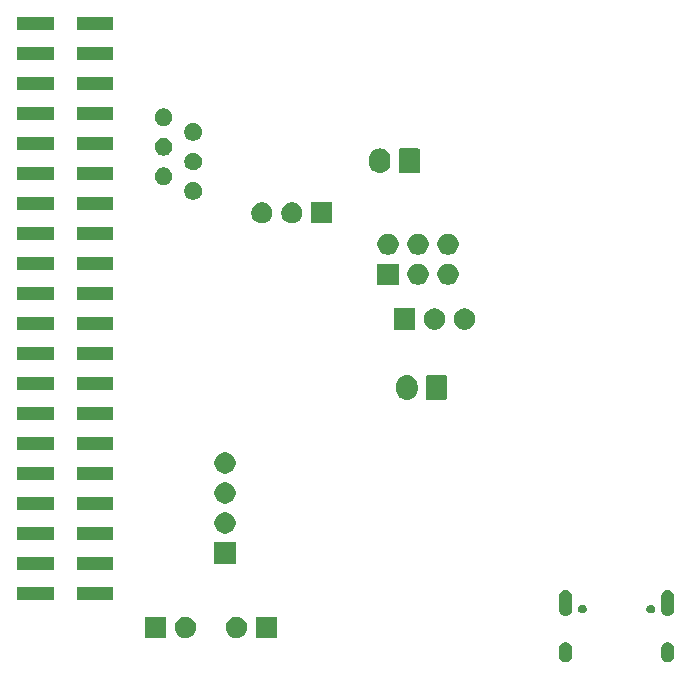
<source format=gbr>
G04 #@! TF.GenerationSoftware,KiCad,Pcbnew,(5.1.6)-1*
G04 #@! TF.CreationDate,2021-01-14T09:04:40+01:00*
G04 #@! TF.ProjectId,surface_mount_v4,73757266-6163-4655-9f6d-6f756e745f76,rev?*
G04 #@! TF.SameCoordinates,Original*
G04 #@! TF.FileFunction,Soldermask,Bot*
G04 #@! TF.FilePolarity,Negative*
%FSLAX46Y46*%
G04 Gerber Fmt 4.6, Leading zero omitted, Abs format (unit mm)*
G04 Created by KiCad (PCBNEW (5.1.6)-1) date 2021-01-14 09:04:40*
%MOMM*%
%LPD*%
G01*
G04 APERTURE LIST*
%ADD10C,0.100000*%
G04 APERTURE END LIST*
D10*
G36*
X166828014Y-154966973D02*
G01*
X166931878Y-154998479D01*
X166975907Y-155022013D01*
X167027599Y-155049643D01*
X167027601Y-155049644D01*
X167027600Y-155049644D01*
X167111501Y-155118499D01*
X167180356Y-155202400D01*
X167231521Y-155298121D01*
X167263027Y-155401985D01*
X167271000Y-155482933D01*
X167271000Y-156137067D01*
X167263027Y-156218015D01*
X167231521Y-156321879D01*
X167231519Y-156321882D01*
X167180357Y-156417600D01*
X167111501Y-156501501D01*
X167027600Y-156570357D01*
X166959055Y-156606995D01*
X166931879Y-156621521D01*
X166828015Y-156653027D01*
X166720000Y-156663666D01*
X166611986Y-156653027D01*
X166508122Y-156621521D01*
X166480946Y-156606995D01*
X166412401Y-156570357D01*
X166328500Y-156501501D01*
X166259645Y-156417601D01*
X166208480Y-156321879D01*
X166176973Y-156218015D01*
X166169000Y-156137067D01*
X166169000Y-155482934D01*
X166176973Y-155401986D01*
X166208479Y-155298122D01*
X166259644Y-155202400D01*
X166328499Y-155118499D01*
X166412400Y-155049644D01*
X166412399Y-155049644D01*
X166412401Y-155049643D01*
X166464093Y-155022013D01*
X166508121Y-154998479D01*
X166611985Y-154966973D01*
X166720000Y-154956334D01*
X166828014Y-154966973D01*
G37*
G36*
X158188014Y-154966973D02*
G01*
X158291878Y-154998479D01*
X158335907Y-155022013D01*
X158387599Y-155049643D01*
X158387601Y-155049644D01*
X158387600Y-155049644D01*
X158471501Y-155118499D01*
X158540356Y-155202400D01*
X158591521Y-155298121D01*
X158623027Y-155401985D01*
X158631000Y-155482933D01*
X158631000Y-156137067D01*
X158623027Y-156218015D01*
X158591521Y-156321879D01*
X158591519Y-156321882D01*
X158540357Y-156417600D01*
X158471501Y-156501501D01*
X158387600Y-156570357D01*
X158319055Y-156606995D01*
X158291879Y-156621521D01*
X158188015Y-156653027D01*
X158080000Y-156663666D01*
X157971986Y-156653027D01*
X157868122Y-156621521D01*
X157840946Y-156606995D01*
X157772401Y-156570357D01*
X157688500Y-156501501D01*
X157619645Y-156417601D01*
X157568480Y-156321879D01*
X157536973Y-156218015D01*
X157529000Y-156137067D01*
X157529000Y-155482934D01*
X157536973Y-155401986D01*
X157568479Y-155298122D01*
X157619644Y-155202400D01*
X157688499Y-155118499D01*
X157772400Y-155049644D01*
X157772399Y-155049644D01*
X157772401Y-155049643D01*
X157824093Y-155022013D01*
X157868121Y-154998479D01*
X157971985Y-154966973D01*
X158080000Y-154956334D01*
X158188014Y-154966973D01*
G37*
G36*
X126003512Y-152813927D02*
G01*
X126152812Y-152843624D01*
X126316784Y-152911544D01*
X126464354Y-153010147D01*
X126589853Y-153135646D01*
X126688456Y-153283216D01*
X126756376Y-153447188D01*
X126791000Y-153621259D01*
X126791000Y-153798741D01*
X126756376Y-153972812D01*
X126688456Y-154136784D01*
X126589853Y-154284354D01*
X126464354Y-154409853D01*
X126316784Y-154508456D01*
X126152812Y-154576376D01*
X126003512Y-154606073D01*
X125978742Y-154611000D01*
X125801258Y-154611000D01*
X125776488Y-154606073D01*
X125627188Y-154576376D01*
X125463216Y-154508456D01*
X125315646Y-154409853D01*
X125190147Y-154284354D01*
X125091544Y-154136784D01*
X125023624Y-153972812D01*
X124989000Y-153798741D01*
X124989000Y-153621259D01*
X125023624Y-153447188D01*
X125091544Y-153283216D01*
X125190147Y-153135646D01*
X125315646Y-153010147D01*
X125463216Y-152911544D01*
X125627188Y-152843624D01*
X125776488Y-152813927D01*
X125801258Y-152809000D01*
X125978742Y-152809000D01*
X126003512Y-152813927D01*
G37*
G36*
X133651000Y-154611000D02*
G01*
X131849000Y-154611000D01*
X131849000Y-152809000D01*
X133651000Y-152809000D01*
X133651000Y-154611000D01*
G37*
G36*
X130323512Y-152813927D02*
G01*
X130472812Y-152843624D01*
X130636784Y-152911544D01*
X130784354Y-153010147D01*
X130909853Y-153135646D01*
X131008456Y-153283216D01*
X131076376Y-153447188D01*
X131111000Y-153621259D01*
X131111000Y-153798741D01*
X131076376Y-153972812D01*
X131008456Y-154136784D01*
X130909853Y-154284354D01*
X130784354Y-154409853D01*
X130636784Y-154508456D01*
X130472812Y-154576376D01*
X130323512Y-154606073D01*
X130298742Y-154611000D01*
X130121258Y-154611000D01*
X130096488Y-154606073D01*
X129947188Y-154576376D01*
X129783216Y-154508456D01*
X129635646Y-154409853D01*
X129510147Y-154284354D01*
X129411544Y-154136784D01*
X129343624Y-153972812D01*
X129309000Y-153798741D01*
X129309000Y-153621259D01*
X129343624Y-153447188D01*
X129411544Y-153283216D01*
X129510147Y-153135646D01*
X129635646Y-153010147D01*
X129783216Y-152911544D01*
X129947188Y-152843624D01*
X130096488Y-152813927D01*
X130121258Y-152809000D01*
X130298742Y-152809000D01*
X130323512Y-152813927D01*
G37*
G36*
X124251000Y-154611000D02*
G01*
X122449000Y-154611000D01*
X122449000Y-152809000D01*
X124251000Y-152809000D01*
X124251000Y-154611000D01*
G37*
G36*
X166828014Y-150536973D02*
G01*
X166931878Y-150568479D01*
X166975907Y-150592013D01*
X167027599Y-150619643D01*
X167027601Y-150619644D01*
X167027600Y-150619644D01*
X167111501Y-150688499D01*
X167180356Y-150772400D01*
X167231521Y-150868121D01*
X167263027Y-150971985D01*
X167271000Y-151052933D01*
X167271000Y-152207067D01*
X167263027Y-152288015D01*
X167231521Y-152391879D01*
X167227348Y-152399686D01*
X167180357Y-152487600D01*
X167111501Y-152571501D01*
X167027600Y-152640357D01*
X166959055Y-152676995D01*
X166931879Y-152691521D01*
X166828015Y-152723027D01*
X166720000Y-152733666D01*
X166611986Y-152723027D01*
X166508122Y-152691521D01*
X166480946Y-152676995D01*
X166412401Y-152640357D01*
X166328500Y-152571501D01*
X166259644Y-152487600D01*
X166212653Y-152399686D01*
X166208480Y-152391879D01*
X166176974Y-152288015D01*
X166169001Y-152207067D01*
X166169000Y-151052934D01*
X166176973Y-150971986D01*
X166208479Y-150868122D01*
X166259644Y-150772400D01*
X166328499Y-150688499D01*
X166412400Y-150619644D01*
X166412399Y-150619644D01*
X166412401Y-150619643D01*
X166464093Y-150592013D01*
X166508121Y-150568479D01*
X166611985Y-150536973D01*
X166720000Y-150526334D01*
X166828014Y-150536973D01*
G37*
G36*
X158188014Y-150536973D02*
G01*
X158291878Y-150568479D01*
X158335907Y-150592013D01*
X158387599Y-150619643D01*
X158387601Y-150619644D01*
X158387600Y-150619644D01*
X158471501Y-150688499D01*
X158540356Y-150772400D01*
X158591521Y-150868121D01*
X158623027Y-150971985D01*
X158631000Y-151052933D01*
X158631000Y-152207067D01*
X158623027Y-152288015D01*
X158591521Y-152391879D01*
X158587348Y-152399686D01*
X158540357Y-152487600D01*
X158471501Y-152571501D01*
X158387600Y-152640357D01*
X158319055Y-152676995D01*
X158291879Y-152691521D01*
X158188015Y-152723027D01*
X158080000Y-152733666D01*
X157971986Y-152723027D01*
X157868122Y-152691521D01*
X157840946Y-152676995D01*
X157772401Y-152640357D01*
X157688500Y-152571501D01*
X157619644Y-152487600D01*
X157572653Y-152399686D01*
X157568480Y-152391879D01*
X157536974Y-152288015D01*
X157529001Y-152207067D01*
X157529000Y-151052934D01*
X157536973Y-150971986D01*
X157568479Y-150868122D01*
X157619644Y-150772400D01*
X157688499Y-150688499D01*
X157772400Y-150619644D01*
X157772399Y-150619644D01*
X157772401Y-150619643D01*
X157824093Y-150592013D01*
X157868121Y-150568479D01*
X157971985Y-150536973D01*
X158080000Y-150526334D01*
X158188014Y-150536973D01*
G37*
G36*
X165399672Y-151798449D02*
G01*
X165399674Y-151798450D01*
X165399675Y-151798450D01*
X165468103Y-151826793D01*
X165529686Y-151867942D01*
X165582058Y-151920314D01*
X165623207Y-151981897D01*
X165651550Y-152050325D01*
X165666000Y-152122967D01*
X165666000Y-152197033D01*
X165651550Y-152269675D01*
X165623207Y-152338103D01*
X165582058Y-152399686D01*
X165529686Y-152452058D01*
X165468103Y-152493207D01*
X165399675Y-152521550D01*
X165399674Y-152521550D01*
X165399672Y-152521551D01*
X165327034Y-152536000D01*
X165252966Y-152536000D01*
X165180328Y-152521551D01*
X165180326Y-152521550D01*
X165180325Y-152521550D01*
X165111897Y-152493207D01*
X165050314Y-152452058D01*
X164997942Y-152399686D01*
X164956793Y-152338103D01*
X164928450Y-152269675D01*
X164914000Y-152197033D01*
X164914000Y-152122967D01*
X164928450Y-152050325D01*
X164956793Y-151981897D01*
X164997942Y-151920314D01*
X165050314Y-151867942D01*
X165111897Y-151826793D01*
X165180325Y-151798450D01*
X165180326Y-151798450D01*
X165180328Y-151798449D01*
X165252966Y-151784000D01*
X165327034Y-151784000D01*
X165399672Y-151798449D01*
G37*
G36*
X159619672Y-151798449D02*
G01*
X159619674Y-151798450D01*
X159619675Y-151798450D01*
X159688103Y-151826793D01*
X159749686Y-151867942D01*
X159802058Y-151920314D01*
X159843207Y-151981897D01*
X159871550Y-152050325D01*
X159886000Y-152122967D01*
X159886000Y-152197033D01*
X159871550Y-152269675D01*
X159843207Y-152338103D01*
X159802058Y-152399686D01*
X159749686Y-152452058D01*
X159688103Y-152493207D01*
X159619675Y-152521550D01*
X159619674Y-152521550D01*
X159619672Y-152521551D01*
X159547034Y-152536000D01*
X159472966Y-152536000D01*
X159400328Y-152521551D01*
X159400326Y-152521550D01*
X159400325Y-152521550D01*
X159331897Y-152493207D01*
X159270314Y-152452058D01*
X159217942Y-152399686D01*
X159176793Y-152338103D01*
X159148450Y-152269675D01*
X159134000Y-152197033D01*
X159134000Y-152122967D01*
X159148450Y-152050325D01*
X159176793Y-151981897D01*
X159217942Y-151920314D01*
X159270314Y-151867942D01*
X159331897Y-151826793D01*
X159400325Y-151798450D01*
X159400326Y-151798450D01*
X159400328Y-151798449D01*
X159472966Y-151784000D01*
X159547034Y-151784000D01*
X159619672Y-151798449D01*
G37*
G36*
X119785500Y-151396980D02*
G01*
X116683500Y-151396980D01*
X116683500Y-150294980D01*
X119785500Y-150294980D01*
X119785500Y-151396980D01*
G37*
G36*
X114745500Y-151396980D02*
G01*
X111643500Y-151396980D01*
X111643500Y-150294980D01*
X114745500Y-150294980D01*
X114745500Y-151396980D01*
G37*
G36*
X119785500Y-148856980D02*
G01*
X116683500Y-148856980D01*
X116683500Y-147754980D01*
X119785500Y-147754980D01*
X119785500Y-148856980D01*
G37*
G36*
X114745500Y-148856980D02*
G01*
X111643500Y-148856980D01*
X111643500Y-147754980D01*
X114745500Y-147754980D01*
X114745500Y-148856980D01*
G37*
G36*
X130151000Y-148311000D02*
G01*
X128349000Y-148311000D01*
X128349000Y-146509000D01*
X130151000Y-146509000D01*
X130151000Y-148311000D01*
G37*
G36*
X119785500Y-146316980D02*
G01*
X116683500Y-146316980D01*
X116683500Y-145214980D01*
X119785500Y-145214980D01*
X119785500Y-146316980D01*
G37*
G36*
X114745500Y-146316980D02*
G01*
X111643500Y-146316980D01*
X111643500Y-145214980D01*
X114745500Y-145214980D01*
X114745500Y-146316980D01*
G37*
G36*
X129363512Y-143973927D02*
G01*
X129512812Y-144003624D01*
X129676784Y-144071544D01*
X129824354Y-144170147D01*
X129949853Y-144295646D01*
X130048456Y-144443216D01*
X130116376Y-144607188D01*
X130151000Y-144781259D01*
X130151000Y-144958741D01*
X130116376Y-145132812D01*
X130048456Y-145296784D01*
X129949853Y-145444354D01*
X129824354Y-145569853D01*
X129676784Y-145668456D01*
X129512812Y-145736376D01*
X129363512Y-145766073D01*
X129338742Y-145771000D01*
X129161258Y-145771000D01*
X129136488Y-145766073D01*
X128987188Y-145736376D01*
X128823216Y-145668456D01*
X128675646Y-145569853D01*
X128550147Y-145444354D01*
X128451544Y-145296784D01*
X128383624Y-145132812D01*
X128349000Y-144958741D01*
X128349000Y-144781259D01*
X128383624Y-144607188D01*
X128451544Y-144443216D01*
X128550147Y-144295646D01*
X128675646Y-144170147D01*
X128823216Y-144071544D01*
X128987188Y-144003624D01*
X129136488Y-143973927D01*
X129161258Y-143969000D01*
X129338742Y-143969000D01*
X129363512Y-143973927D01*
G37*
G36*
X119785500Y-143776980D02*
G01*
X116683500Y-143776980D01*
X116683500Y-142674980D01*
X119785500Y-142674980D01*
X119785500Y-143776980D01*
G37*
G36*
X114745500Y-143776980D02*
G01*
X111643500Y-143776980D01*
X111643500Y-142674980D01*
X114745500Y-142674980D01*
X114745500Y-143776980D01*
G37*
G36*
X129363512Y-141433927D02*
G01*
X129512812Y-141463624D01*
X129676784Y-141531544D01*
X129824354Y-141630147D01*
X129949853Y-141755646D01*
X130048456Y-141903216D01*
X130116376Y-142067188D01*
X130151000Y-142241259D01*
X130151000Y-142418741D01*
X130116376Y-142592812D01*
X130048456Y-142756784D01*
X129949853Y-142904354D01*
X129824354Y-143029853D01*
X129676784Y-143128456D01*
X129512812Y-143196376D01*
X129363512Y-143226073D01*
X129338742Y-143231000D01*
X129161258Y-143231000D01*
X129136488Y-143226073D01*
X128987188Y-143196376D01*
X128823216Y-143128456D01*
X128675646Y-143029853D01*
X128550147Y-142904354D01*
X128451544Y-142756784D01*
X128383624Y-142592812D01*
X128349000Y-142418741D01*
X128349000Y-142241259D01*
X128383624Y-142067188D01*
X128451544Y-141903216D01*
X128550147Y-141755646D01*
X128675646Y-141630147D01*
X128823216Y-141531544D01*
X128987188Y-141463624D01*
X129136488Y-141433927D01*
X129161258Y-141429000D01*
X129338742Y-141429000D01*
X129363512Y-141433927D01*
G37*
G36*
X114745500Y-141236980D02*
G01*
X111643500Y-141236980D01*
X111643500Y-140134980D01*
X114745500Y-140134980D01*
X114745500Y-141236980D01*
G37*
G36*
X119785500Y-141236980D02*
G01*
X116683500Y-141236980D01*
X116683500Y-140134980D01*
X119785500Y-140134980D01*
X119785500Y-141236980D01*
G37*
G36*
X129363512Y-138893927D02*
G01*
X129512812Y-138923624D01*
X129676784Y-138991544D01*
X129824354Y-139090147D01*
X129949853Y-139215646D01*
X130048456Y-139363216D01*
X130116376Y-139527188D01*
X130151000Y-139701259D01*
X130151000Y-139878741D01*
X130116376Y-140052812D01*
X130048456Y-140216784D01*
X129949853Y-140364354D01*
X129824354Y-140489853D01*
X129676784Y-140588456D01*
X129512812Y-140656376D01*
X129363512Y-140686073D01*
X129338742Y-140691000D01*
X129161258Y-140691000D01*
X129136488Y-140686073D01*
X128987188Y-140656376D01*
X128823216Y-140588456D01*
X128675646Y-140489853D01*
X128550147Y-140364354D01*
X128451544Y-140216784D01*
X128383624Y-140052812D01*
X128349000Y-139878741D01*
X128349000Y-139701259D01*
X128383624Y-139527188D01*
X128451544Y-139363216D01*
X128550147Y-139215646D01*
X128675646Y-139090147D01*
X128823216Y-138991544D01*
X128987188Y-138923624D01*
X129136488Y-138893927D01*
X129161258Y-138889000D01*
X129338742Y-138889000D01*
X129363512Y-138893927D01*
G37*
G36*
X114745500Y-138696980D02*
G01*
X111643500Y-138696980D01*
X111643500Y-137594980D01*
X114745500Y-137594980D01*
X114745500Y-138696980D01*
G37*
G36*
X119785500Y-138696980D02*
G01*
X116683500Y-138696980D01*
X116683500Y-137594980D01*
X119785500Y-137594980D01*
X119785500Y-138696980D01*
G37*
G36*
X114745500Y-136156980D02*
G01*
X111643500Y-136156980D01*
X111643500Y-135054980D01*
X114745500Y-135054980D01*
X114745500Y-136156980D01*
G37*
G36*
X119785500Y-136156980D02*
G01*
X116683500Y-136156980D01*
X116683500Y-135054980D01*
X119785500Y-135054980D01*
X119785500Y-136156980D01*
G37*
G36*
X144826627Y-132372037D02*
G01*
X144996466Y-132423557D01*
X145152991Y-132507222D01*
X145188729Y-132536552D01*
X145290186Y-132619814D01*
X145373448Y-132721271D01*
X145402778Y-132757009D01*
X145486443Y-132913534D01*
X145537963Y-133083374D01*
X145551000Y-133215743D01*
X145551000Y-133604258D01*
X145537963Y-133736627D01*
X145486443Y-133906466D01*
X145402778Y-134062991D01*
X145373448Y-134098729D01*
X145290186Y-134200186D01*
X145152989Y-134312779D01*
X144996467Y-134396442D01*
X144996465Y-134396443D01*
X144826626Y-134447963D01*
X144650000Y-134465359D01*
X144473373Y-134447963D01*
X144303534Y-134396443D01*
X144147009Y-134312778D01*
X144104750Y-134278097D01*
X144009814Y-134200186D01*
X143897221Y-134062989D01*
X143813558Y-133906467D01*
X143813557Y-133906465D01*
X143762037Y-133736626D01*
X143749000Y-133604257D01*
X143749000Y-133215742D01*
X143762037Y-133083373D01*
X143813557Y-132913534D01*
X143897222Y-132757009D01*
X144009815Y-132619815D01*
X144147010Y-132507222D01*
X144303535Y-132423557D01*
X144473374Y-132372037D01*
X144650000Y-132354641D01*
X144826627Y-132372037D01*
G37*
G36*
X147908600Y-132362989D02*
G01*
X147941652Y-132373015D01*
X147972103Y-132389292D01*
X147998799Y-132411201D01*
X148020708Y-132437897D01*
X148036985Y-132468348D01*
X148047011Y-132501400D01*
X148051000Y-132541903D01*
X148051000Y-134278097D01*
X148047011Y-134318600D01*
X148036985Y-134351652D01*
X148020708Y-134382103D01*
X147998799Y-134408799D01*
X147972103Y-134430708D01*
X147941652Y-134446985D01*
X147908600Y-134457011D01*
X147868097Y-134461000D01*
X146431903Y-134461000D01*
X146391400Y-134457011D01*
X146358348Y-134446985D01*
X146327897Y-134430708D01*
X146301201Y-134408799D01*
X146279292Y-134382103D01*
X146263015Y-134351652D01*
X146252989Y-134318600D01*
X146249000Y-134278097D01*
X146249000Y-132541903D01*
X146252989Y-132501400D01*
X146263015Y-132468348D01*
X146279292Y-132437897D01*
X146301201Y-132411201D01*
X146327897Y-132389292D01*
X146358348Y-132373015D01*
X146391400Y-132362989D01*
X146431903Y-132359000D01*
X147868097Y-132359000D01*
X147908600Y-132362989D01*
G37*
G36*
X114745500Y-133616980D02*
G01*
X111643500Y-133616980D01*
X111643500Y-132514980D01*
X114745500Y-132514980D01*
X114745500Y-133616980D01*
G37*
G36*
X119785500Y-133616980D02*
G01*
X116683500Y-133616980D01*
X116683500Y-132514980D01*
X119785500Y-132514980D01*
X119785500Y-133616980D01*
G37*
G36*
X119785500Y-131076980D02*
G01*
X116683500Y-131076980D01*
X116683500Y-129974980D01*
X119785500Y-129974980D01*
X119785500Y-131076980D01*
G37*
G36*
X114745500Y-131076980D02*
G01*
X111643500Y-131076980D01*
X111643500Y-129974980D01*
X114745500Y-129974980D01*
X114745500Y-131076980D01*
G37*
G36*
X119785500Y-128536980D02*
G01*
X116683500Y-128536980D01*
X116683500Y-127434980D01*
X119785500Y-127434980D01*
X119785500Y-128536980D01*
G37*
G36*
X114745500Y-128536980D02*
G01*
X111643500Y-128536980D01*
X111643500Y-127434980D01*
X114745500Y-127434980D01*
X114745500Y-128536980D01*
G37*
G36*
X145351000Y-128511000D02*
G01*
X143549000Y-128511000D01*
X143549000Y-126709000D01*
X145351000Y-126709000D01*
X145351000Y-128511000D01*
G37*
G36*
X149643512Y-126713927D02*
G01*
X149792812Y-126743624D01*
X149956784Y-126811544D01*
X150104354Y-126910147D01*
X150229853Y-127035646D01*
X150328456Y-127183216D01*
X150396376Y-127347188D01*
X150431000Y-127521259D01*
X150431000Y-127698741D01*
X150396376Y-127872812D01*
X150328456Y-128036784D01*
X150229853Y-128184354D01*
X150104354Y-128309853D01*
X149956784Y-128408456D01*
X149792812Y-128476376D01*
X149643512Y-128506073D01*
X149618742Y-128511000D01*
X149441258Y-128511000D01*
X149416488Y-128506073D01*
X149267188Y-128476376D01*
X149103216Y-128408456D01*
X148955646Y-128309853D01*
X148830147Y-128184354D01*
X148731544Y-128036784D01*
X148663624Y-127872812D01*
X148629000Y-127698741D01*
X148629000Y-127521259D01*
X148663624Y-127347188D01*
X148731544Y-127183216D01*
X148830147Y-127035646D01*
X148955646Y-126910147D01*
X149103216Y-126811544D01*
X149267188Y-126743624D01*
X149416488Y-126713927D01*
X149441258Y-126709000D01*
X149618742Y-126709000D01*
X149643512Y-126713927D01*
G37*
G36*
X147103512Y-126713927D02*
G01*
X147252812Y-126743624D01*
X147416784Y-126811544D01*
X147564354Y-126910147D01*
X147689853Y-127035646D01*
X147788456Y-127183216D01*
X147856376Y-127347188D01*
X147891000Y-127521259D01*
X147891000Y-127698741D01*
X147856376Y-127872812D01*
X147788456Y-128036784D01*
X147689853Y-128184354D01*
X147564354Y-128309853D01*
X147416784Y-128408456D01*
X147252812Y-128476376D01*
X147103512Y-128506073D01*
X147078742Y-128511000D01*
X146901258Y-128511000D01*
X146876488Y-128506073D01*
X146727188Y-128476376D01*
X146563216Y-128408456D01*
X146415646Y-128309853D01*
X146290147Y-128184354D01*
X146191544Y-128036784D01*
X146123624Y-127872812D01*
X146089000Y-127698741D01*
X146089000Y-127521259D01*
X146123624Y-127347188D01*
X146191544Y-127183216D01*
X146290147Y-127035646D01*
X146415646Y-126910147D01*
X146563216Y-126811544D01*
X146727188Y-126743624D01*
X146876488Y-126713927D01*
X146901258Y-126709000D01*
X147078742Y-126709000D01*
X147103512Y-126713927D01*
G37*
G36*
X114745500Y-125996980D02*
G01*
X111643500Y-125996980D01*
X111643500Y-124894980D01*
X114745500Y-124894980D01*
X114745500Y-125996980D01*
G37*
G36*
X119785500Y-125996980D02*
G01*
X116683500Y-125996980D01*
X116683500Y-124894980D01*
X119785500Y-124894980D01*
X119785500Y-125996980D01*
G37*
G36*
X143951000Y-124711000D02*
G01*
X142149000Y-124711000D01*
X142149000Y-122909000D01*
X143951000Y-122909000D01*
X143951000Y-124711000D01*
G37*
G36*
X148243512Y-122913927D02*
G01*
X148392812Y-122943624D01*
X148556784Y-123011544D01*
X148704354Y-123110147D01*
X148829853Y-123235646D01*
X148928456Y-123383216D01*
X148996376Y-123547188D01*
X149031000Y-123721259D01*
X149031000Y-123898741D01*
X148996376Y-124072812D01*
X148928456Y-124236784D01*
X148829853Y-124384354D01*
X148704354Y-124509853D01*
X148556784Y-124608456D01*
X148392812Y-124676376D01*
X148243512Y-124706073D01*
X148218742Y-124711000D01*
X148041258Y-124711000D01*
X148016488Y-124706073D01*
X147867188Y-124676376D01*
X147703216Y-124608456D01*
X147555646Y-124509853D01*
X147430147Y-124384354D01*
X147331544Y-124236784D01*
X147263624Y-124072812D01*
X147229000Y-123898741D01*
X147229000Y-123721259D01*
X147263624Y-123547188D01*
X147331544Y-123383216D01*
X147430147Y-123235646D01*
X147555646Y-123110147D01*
X147703216Y-123011544D01*
X147867188Y-122943624D01*
X148016488Y-122913927D01*
X148041258Y-122909000D01*
X148218742Y-122909000D01*
X148243512Y-122913927D01*
G37*
G36*
X145703512Y-122913927D02*
G01*
X145852812Y-122943624D01*
X146016784Y-123011544D01*
X146164354Y-123110147D01*
X146289853Y-123235646D01*
X146388456Y-123383216D01*
X146456376Y-123547188D01*
X146491000Y-123721259D01*
X146491000Y-123898741D01*
X146456376Y-124072812D01*
X146388456Y-124236784D01*
X146289853Y-124384354D01*
X146164354Y-124509853D01*
X146016784Y-124608456D01*
X145852812Y-124676376D01*
X145703512Y-124706073D01*
X145678742Y-124711000D01*
X145501258Y-124711000D01*
X145476488Y-124706073D01*
X145327188Y-124676376D01*
X145163216Y-124608456D01*
X145015646Y-124509853D01*
X144890147Y-124384354D01*
X144791544Y-124236784D01*
X144723624Y-124072812D01*
X144689000Y-123898741D01*
X144689000Y-123721259D01*
X144723624Y-123547188D01*
X144791544Y-123383216D01*
X144890147Y-123235646D01*
X145015646Y-123110147D01*
X145163216Y-123011544D01*
X145327188Y-122943624D01*
X145476488Y-122913927D01*
X145501258Y-122909000D01*
X145678742Y-122909000D01*
X145703512Y-122913927D01*
G37*
G36*
X114745500Y-123456980D02*
G01*
X111643500Y-123456980D01*
X111643500Y-122354980D01*
X114745500Y-122354980D01*
X114745500Y-123456980D01*
G37*
G36*
X119785500Y-123456980D02*
G01*
X116683500Y-123456980D01*
X116683500Y-122354980D01*
X119785500Y-122354980D01*
X119785500Y-123456980D01*
G37*
G36*
X145703512Y-120373927D02*
G01*
X145852812Y-120403624D01*
X146016784Y-120471544D01*
X146164354Y-120570147D01*
X146289853Y-120695646D01*
X146388456Y-120843216D01*
X146456376Y-121007188D01*
X146491000Y-121181259D01*
X146491000Y-121358741D01*
X146456376Y-121532812D01*
X146388456Y-121696784D01*
X146289853Y-121844354D01*
X146164354Y-121969853D01*
X146016784Y-122068456D01*
X145852812Y-122136376D01*
X145703512Y-122166073D01*
X145678742Y-122171000D01*
X145501258Y-122171000D01*
X145476488Y-122166073D01*
X145327188Y-122136376D01*
X145163216Y-122068456D01*
X145015646Y-121969853D01*
X144890147Y-121844354D01*
X144791544Y-121696784D01*
X144723624Y-121532812D01*
X144689000Y-121358741D01*
X144689000Y-121181259D01*
X144723624Y-121007188D01*
X144791544Y-120843216D01*
X144890147Y-120695646D01*
X145015646Y-120570147D01*
X145163216Y-120471544D01*
X145327188Y-120403624D01*
X145476488Y-120373927D01*
X145501258Y-120369000D01*
X145678742Y-120369000D01*
X145703512Y-120373927D01*
G37*
G36*
X143163512Y-120373927D02*
G01*
X143312812Y-120403624D01*
X143476784Y-120471544D01*
X143624354Y-120570147D01*
X143749853Y-120695646D01*
X143848456Y-120843216D01*
X143916376Y-121007188D01*
X143951000Y-121181259D01*
X143951000Y-121358741D01*
X143916376Y-121532812D01*
X143848456Y-121696784D01*
X143749853Y-121844354D01*
X143624354Y-121969853D01*
X143476784Y-122068456D01*
X143312812Y-122136376D01*
X143163512Y-122166073D01*
X143138742Y-122171000D01*
X142961258Y-122171000D01*
X142936488Y-122166073D01*
X142787188Y-122136376D01*
X142623216Y-122068456D01*
X142475646Y-121969853D01*
X142350147Y-121844354D01*
X142251544Y-121696784D01*
X142183624Y-121532812D01*
X142149000Y-121358741D01*
X142149000Y-121181259D01*
X142183624Y-121007188D01*
X142251544Y-120843216D01*
X142350147Y-120695646D01*
X142475646Y-120570147D01*
X142623216Y-120471544D01*
X142787188Y-120403624D01*
X142936488Y-120373927D01*
X142961258Y-120369000D01*
X143138742Y-120369000D01*
X143163512Y-120373927D01*
G37*
G36*
X148243512Y-120373927D02*
G01*
X148392812Y-120403624D01*
X148556784Y-120471544D01*
X148704354Y-120570147D01*
X148829853Y-120695646D01*
X148928456Y-120843216D01*
X148996376Y-121007188D01*
X149031000Y-121181259D01*
X149031000Y-121358741D01*
X148996376Y-121532812D01*
X148928456Y-121696784D01*
X148829853Y-121844354D01*
X148704354Y-121969853D01*
X148556784Y-122068456D01*
X148392812Y-122136376D01*
X148243512Y-122166073D01*
X148218742Y-122171000D01*
X148041258Y-122171000D01*
X148016488Y-122166073D01*
X147867188Y-122136376D01*
X147703216Y-122068456D01*
X147555646Y-121969853D01*
X147430147Y-121844354D01*
X147331544Y-121696784D01*
X147263624Y-121532812D01*
X147229000Y-121358741D01*
X147229000Y-121181259D01*
X147263624Y-121007188D01*
X147331544Y-120843216D01*
X147430147Y-120695646D01*
X147555646Y-120570147D01*
X147703216Y-120471544D01*
X147867188Y-120403624D01*
X148016488Y-120373927D01*
X148041258Y-120369000D01*
X148218742Y-120369000D01*
X148243512Y-120373927D01*
G37*
G36*
X119785500Y-120916980D02*
G01*
X116683500Y-120916980D01*
X116683500Y-119814980D01*
X119785500Y-119814980D01*
X119785500Y-120916980D01*
G37*
G36*
X114745500Y-120916980D02*
G01*
X111643500Y-120916980D01*
X111643500Y-119814980D01*
X114745500Y-119814980D01*
X114745500Y-120916980D01*
G37*
G36*
X135023512Y-117713927D02*
G01*
X135172812Y-117743624D01*
X135336784Y-117811544D01*
X135484354Y-117910147D01*
X135609853Y-118035646D01*
X135708456Y-118183216D01*
X135776376Y-118347188D01*
X135811000Y-118521259D01*
X135811000Y-118698741D01*
X135776376Y-118872812D01*
X135708456Y-119036784D01*
X135609853Y-119184354D01*
X135484354Y-119309853D01*
X135336784Y-119408456D01*
X135172812Y-119476376D01*
X135023512Y-119506073D01*
X134998742Y-119511000D01*
X134821258Y-119511000D01*
X134796488Y-119506073D01*
X134647188Y-119476376D01*
X134483216Y-119408456D01*
X134335646Y-119309853D01*
X134210147Y-119184354D01*
X134111544Y-119036784D01*
X134043624Y-118872812D01*
X134009000Y-118698741D01*
X134009000Y-118521259D01*
X134043624Y-118347188D01*
X134111544Y-118183216D01*
X134210147Y-118035646D01*
X134335646Y-117910147D01*
X134483216Y-117811544D01*
X134647188Y-117743624D01*
X134796488Y-117713927D01*
X134821258Y-117709000D01*
X134998742Y-117709000D01*
X135023512Y-117713927D01*
G37*
G36*
X132483512Y-117713927D02*
G01*
X132632812Y-117743624D01*
X132796784Y-117811544D01*
X132944354Y-117910147D01*
X133069853Y-118035646D01*
X133168456Y-118183216D01*
X133236376Y-118347188D01*
X133271000Y-118521259D01*
X133271000Y-118698741D01*
X133236376Y-118872812D01*
X133168456Y-119036784D01*
X133069853Y-119184354D01*
X132944354Y-119309853D01*
X132796784Y-119408456D01*
X132632812Y-119476376D01*
X132483512Y-119506073D01*
X132458742Y-119511000D01*
X132281258Y-119511000D01*
X132256488Y-119506073D01*
X132107188Y-119476376D01*
X131943216Y-119408456D01*
X131795646Y-119309853D01*
X131670147Y-119184354D01*
X131571544Y-119036784D01*
X131503624Y-118872812D01*
X131469000Y-118698741D01*
X131469000Y-118521259D01*
X131503624Y-118347188D01*
X131571544Y-118183216D01*
X131670147Y-118035646D01*
X131795646Y-117910147D01*
X131943216Y-117811544D01*
X132107188Y-117743624D01*
X132256488Y-117713927D01*
X132281258Y-117709000D01*
X132458742Y-117709000D01*
X132483512Y-117713927D01*
G37*
G36*
X138351000Y-119511000D02*
G01*
X136549000Y-119511000D01*
X136549000Y-117709000D01*
X138351000Y-117709000D01*
X138351000Y-119511000D01*
G37*
G36*
X119785500Y-118376980D02*
G01*
X116683500Y-118376980D01*
X116683500Y-117274980D01*
X119785500Y-117274980D01*
X119785500Y-118376980D01*
G37*
G36*
X114745500Y-118376980D02*
G01*
X111643500Y-118376980D01*
X111643500Y-117274980D01*
X114745500Y-117274980D01*
X114745500Y-118376980D01*
G37*
G36*
X126769059Y-116037860D02*
G01*
X126903000Y-116093340D01*
X126905732Y-116094472D01*
X127028735Y-116176660D01*
X127133340Y-116281265D01*
X127215528Y-116404268D01*
X127272140Y-116540941D01*
X127301000Y-116686033D01*
X127301000Y-116833967D01*
X127272140Y-116979059D01*
X127215528Y-117115732D01*
X127133340Y-117238735D01*
X127028735Y-117343340D01*
X126905732Y-117425528D01*
X126905731Y-117425529D01*
X126905730Y-117425529D01*
X126769059Y-117482140D01*
X126623968Y-117511000D01*
X126476032Y-117511000D01*
X126330941Y-117482140D01*
X126194270Y-117425529D01*
X126194269Y-117425529D01*
X126194268Y-117425528D01*
X126071265Y-117343340D01*
X125966660Y-117238735D01*
X125884472Y-117115732D01*
X125827860Y-116979059D01*
X125799000Y-116833967D01*
X125799000Y-116686033D01*
X125827860Y-116540941D01*
X125884472Y-116404268D01*
X125966660Y-116281265D01*
X126071265Y-116176660D01*
X126194268Y-116094472D01*
X126197001Y-116093340D01*
X126330941Y-116037860D01*
X126476032Y-116009000D01*
X126623968Y-116009000D01*
X126769059Y-116037860D01*
G37*
G36*
X124269059Y-114787860D02*
G01*
X124403000Y-114843340D01*
X124405732Y-114844472D01*
X124528735Y-114926660D01*
X124633340Y-115031265D01*
X124633341Y-115031267D01*
X124715529Y-115154270D01*
X124753933Y-115246985D01*
X124772140Y-115290941D01*
X124801000Y-115436033D01*
X124801000Y-115583967D01*
X124772140Y-115729059D01*
X124715528Y-115865732D01*
X124633340Y-115988735D01*
X124528735Y-116093340D01*
X124405732Y-116175528D01*
X124405731Y-116175529D01*
X124405730Y-116175529D01*
X124269059Y-116232140D01*
X124123968Y-116261000D01*
X123976032Y-116261000D01*
X123830941Y-116232140D01*
X123694270Y-116175529D01*
X123694269Y-116175529D01*
X123694268Y-116175528D01*
X123571265Y-116093340D01*
X123466660Y-115988735D01*
X123384472Y-115865732D01*
X123327860Y-115729059D01*
X123299000Y-115583967D01*
X123299000Y-115436033D01*
X123327860Y-115290941D01*
X123346067Y-115246985D01*
X123384471Y-115154270D01*
X123466659Y-115031267D01*
X123466660Y-115031265D01*
X123571265Y-114926660D01*
X123694268Y-114844472D01*
X123697001Y-114843340D01*
X123830941Y-114787860D01*
X123976032Y-114759000D01*
X124123968Y-114759000D01*
X124269059Y-114787860D01*
G37*
G36*
X114745500Y-115836980D02*
G01*
X111643500Y-115836980D01*
X111643500Y-114734980D01*
X114745500Y-114734980D01*
X114745500Y-115836980D01*
G37*
G36*
X119785500Y-115836980D02*
G01*
X116683500Y-115836980D01*
X116683500Y-114734980D01*
X119785500Y-114734980D01*
X119785500Y-115836980D01*
G37*
G36*
X142526627Y-113172037D02*
G01*
X142696466Y-113223557D01*
X142696468Y-113223558D01*
X142720899Y-113236617D01*
X142852991Y-113307222D01*
X142888729Y-113336552D01*
X142990186Y-113419814D01*
X143046747Y-113488735D01*
X143102778Y-113557009D01*
X143186443Y-113713534D01*
X143237963Y-113883374D01*
X143251000Y-114015743D01*
X143251000Y-114404258D01*
X143237963Y-114536627D01*
X143186443Y-114706466D01*
X143102778Y-114862991D01*
X143073448Y-114898729D01*
X142990186Y-115000186D01*
X142852989Y-115112779D01*
X142696467Y-115196442D01*
X142696465Y-115196443D01*
X142526626Y-115247963D01*
X142350000Y-115265359D01*
X142173373Y-115247963D01*
X142003534Y-115196443D01*
X141847009Y-115112778D01*
X141804750Y-115078097D01*
X141709814Y-115000186D01*
X141597221Y-114862989D01*
X141513558Y-114706467D01*
X141513557Y-114706465D01*
X141462037Y-114536626D01*
X141449000Y-114404257D01*
X141449000Y-114015742D01*
X141462037Y-113883373D01*
X141513557Y-113713534D01*
X141597222Y-113557009D01*
X141709815Y-113419815D01*
X141847010Y-113307222D01*
X141979102Y-113236617D01*
X142003533Y-113223558D01*
X142003535Y-113223557D01*
X142173374Y-113172037D01*
X142350000Y-113154641D01*
X142526627Y-113172037D01*
G37*
G36*
X145608600Y-113162989D02*
G01*
X145641652Y-113173015D01*
X145672103Y-113189292D01*
X145698799Y-113211201D01*
X145720708Y-113237897D01*
X145736985Y-113268348D01*
X145747011Y-113301400D01*
X145751000Y-113341903D01*
X145751000Y-115078097D01*
X145747011Y-115118600D01*
X145736985Y-115151652D01*
X145720708Y-115182103D01*
X145698799Y-115208799D01*
X145672103Y-115230708D01*
X145641652Y-115246985D01*
X145608600Y-115257011D01*
X145568097Y-115261000D01*
X144131903Y-115261000D01*
X144091400Y-115257011D01*
X144058348Y-115246985D01*
X144027897Y-115230708D01*
X144001201Y-115208799D01*
X143979292Y-115182103D01*
X143963015Y-115151652D01*
X143952989Y-115118600D01*
X143949000Y-115078097D01*
X143949000Y-113341903D01*
X143952989Y-113301400D01*
X143963015Y-113268348D01*
X143979292Y-113237897D01*
X144001201Y-113211201D01*
X144027897Y-113189292D01*
X144058348Y-113173015D01*
X144091400Y-113162989D01*
X144131903Y-113159000D01*
X145568097Y-113159000D01*
X145608600Y-113162989D01*
G37*
G36*
X126769059Y-113537860D02*
G01*
X126903000Y-113593340D01*
X126905732Y-113594472D01*
X127028735Y-113676660D01*
X127133340Y-113781265D01*
X127201568Y-113883376D01*
X127215529Y-113904270D01*
X127272140Y-114040941D01*
X127301000Y-114186032D01*
X127301000Y-114333968D01*
X127272140Y-114479059D01*
X127248295Y-114536627D01*
X127215528Y-114615732D01*
X127133340Y-114738735D01*
X127028735Y-114843340D01*
X126905732Y-114925528D01*
X126905731Y-114925529D01*
X126905730Y-114925529D01*
X126769059Y-114982140D01*
X126623968Y-115011000D01*
X126476032Y-115011000D01*
X126330941Y-114982140D01*
X126194270Y-114925529D01*
X126194269Y-114925529D01*
X126194268Y-114925528D01*
X126071265Y-114843340D01*
X125966660Y-114738735D01*
X125884472Y-114615732D01*
X125851706Y-114536627D01*
X125827860Y-114479059D01*
X125799000Y-114333968D01*
X125799000Y-114186032D01*
X125827860Y-114040941D01*
X125884471Y-113904270D01*
X125898432Y-113883376D01*
X125966660Y-113781265D01*
X126071265Y-113676660D01*
X126194268Y-113594472D01*
X126197001Y-113593340D01*
X126330941Y-113537860D01*
X126476032Y-113509000D01*
X126623968Y-113509000D01*
X126769059Y-113537860D01*
G37*
G36*
X124269059Y-112287860D02*
G01*
X124403000Y-112343340D01*
X124405732Y-112344472D01*
X124528735Y-112426660D01*
X124633340Y-112531265D01*
X124633341Y-112531267D01*
X124715529Y-112654270D01*
X124772140Y-112790941D01*
X124801000Y-112936032D01*
X124801000Y-113083968D01*
X124772140Y-113229059D01*
X124733399Y-113322589D01*
X124715528Y-113365732D01*
X124633340Y-113488735D01*
X124528735Y-113593340D01*
X124405732Y-113675528D01*
X124405731Y-113675529D01*
X124405730Y-113675529D01*
X124269059Y-113732140D01*
X124123968Y-113761000D01*
X123976032Y-113761000D01*
X123830941Y-113732140D01*
X123694270Y-113675529D01*
X123694269Y-113675529D01*
X123694268Y-113675528D01*
X123571265Y-113593340D01*
X123466660Y-113488735D01*
X123384472Y-113365732D01*
X123366602Y-113322589D01*
X123327860Y-113229059D01*
X123299000Y-113083968D01*
X123299000Y-112936032D01*
X123327860Y-112790941D01*
X123384471Y-112654270D01*
X123466659Y-112531267D01*
X123466660Y-112531265D01*
X123571265Y-112426660D01*
X123694268Y-112344472D01*
X123697001Y-112343340D01*
X123830941Y-112287860D01*
X123976032Y-112259000D01*
X124123968Y-112259000D01*
X124269059Y-112287860D01*
G37*
G36*
X114745500Y-113296980D02*
G01*
X111643500Y-113296980D01*
X111643500Y-112194980D01*
X114745500Y-112194980D01*
X114745500Y-113296980D01*
G37*
G36*
X119785500Y-113296980D02*
G01*
X116683500Y-113296980D01*
X116683500Y-112194980D01*
X119785500Y-112194980D01*
X119785500Y-113296980D01*
G37*
G36*
X126769059Y-111037860D02*
G01*
X126903000Y-111093340D01*
X126905732Y-111094472D01*
X127028735Y-111176660D01*
X127133340Y-111281265D01*
X127215528Y-111404268D01*
X127272140Y-111540941D01*
X127301000Y-111686033D01*
X127301000Y-111833967D01*
X127272140Y-111979059D01*
X127215528Y-112115732D01*
X127133340Y-112238735D01*
X127028735Y-112343340D01*
X126905732Y-112425528D01*
X126905731Y-112425529D01*
X126905730Y-112425529D01*
X126769059Y-112482140D01*
X126623968Y-112511000D01*
X126476032Y-112511000D01*
X126330941Y-112482140D01*
X126194270Y-112425529D01*
X126194269Y-112425529D01*
X126194268Y-112425528D01*
X126071265Y-112343340D01*
X125966660Y-112238735D01*
X125884472Y-112115732D01*
X125827860Y-111979059D01*
X125799000Y-111833967D01*
X125799000Y-111686033D01*
X125827860Y-111540941D01*
X125884472Y-111404268D01*
X125966660Y-111281265D01*
X126071265Y-111176660D01*
X126194268Y-111094472D01*
X126197001Y-111093340D01*
X126330941Y-111037860D01*
X126476032Y-111009000D01*
X126623968Y-111009000D01*
X126769059Y-111037860D01*
G37*
G36*
X124269059Y-109787860D02*
G01*
X124405732Y-109844472D01*
X124528735Y-109926660D01*
X124633340Y-110031265D01*
X124715528Y-110154268D01*
X124772140Y-110290941D01*
X124801000Y-110436033D01*
X124801000Y-110583967D01*
X124772140Y-110729059D01*
X124715528Y-110865732D01*
X124633340Y-110988735D01*
X124528735Y-111093340D01*
X124405732Y-111175528D01*
X124405731Y-111175529D01*
X124405730Y-111175529D01*
X124269059Y-111232140D01*
X124123968Y-111261000D01*
X123976032Y-111261000D01*
X123830941Y-111232140D01*
X123694270Y-111175529D01*
X123694269Y-111175529D01*
X123694268Y-111175528D01*
X123571265Y-111093340D01*
X123466660Y-110988735D01*
X123384472Y-110865732D01*
X123327860Y-110729059D01*
X123299000Y-110583967D01*
X123299000Y-110436033D01*
X123327860Y-110290941D01*
X123384472Y-110154268D01*
X123466660Y-110031265D01*
X123571265Y-109926660D01*
X123694268Y-109844472D01*
X123830941Y-109787860D01*
X123976032Y-109759000D01*
X124123968Y-109759000D01*
X124269059Y-109787860D01*
G37*
G36*
X114745500Y-110756980D02*
G01*
X111643500Y-110756980D01*
X111643500Y-109654980D01*
X114745500Y-109654980D01*
X114745500Y-110756980D01*
G37*
G36*
X119785500Y-110756980D02*
G01*
X116683500Y-110756980D01*
X116683500Y-109654980D01*
X119785500Y-109654980D01*
X119785500Y-110756980D01*
G37*
G36*
X119785500Y-108216980D02*
G01*
X116683500Y-108216980D01*
X116683500Y-107114980D01*
X119785500Y-107114980D01*
X119785500Y-108216980D01*
G37*
G36*
X114745500Y-108216980D02*
G01*
X111643500Y-108216980D01*
X111643500Y-107114980D01*
X114745500Y-107114980D01*
X114745500Y-108216980D01*
G37*
G36*
X119785500Y-105676980D02*
G01*
X116683500Y-105676980D01*
X116683500Y-104574980D01*
X119785500Y-104574980D01*
X119785500Y-105676980D01*
G37*
G36*
X114745500Y-105676980D02*
G01*
X111643500Y-105676980D01*
X111643500Y-104574980D01*
X114745500Y-104574980D01*
X114745500Y-105676980D01*
G37*
G36*
X119785500Y-103136980D02*
G01*
X116683500Y-103136980D01*
X116683500Y-102034980D01*
X119785500Y-102034980D01*
X119785500Y-103136980D01*
G37*
G36*
X114745500Y-103136980D02*
G01*
X111643500Y-103136980D01*
X111643500Y-102034980D01*
X114745500Y-102034980D01*
X114745500Y-103136980D01*
G37*
M02*

</source>
